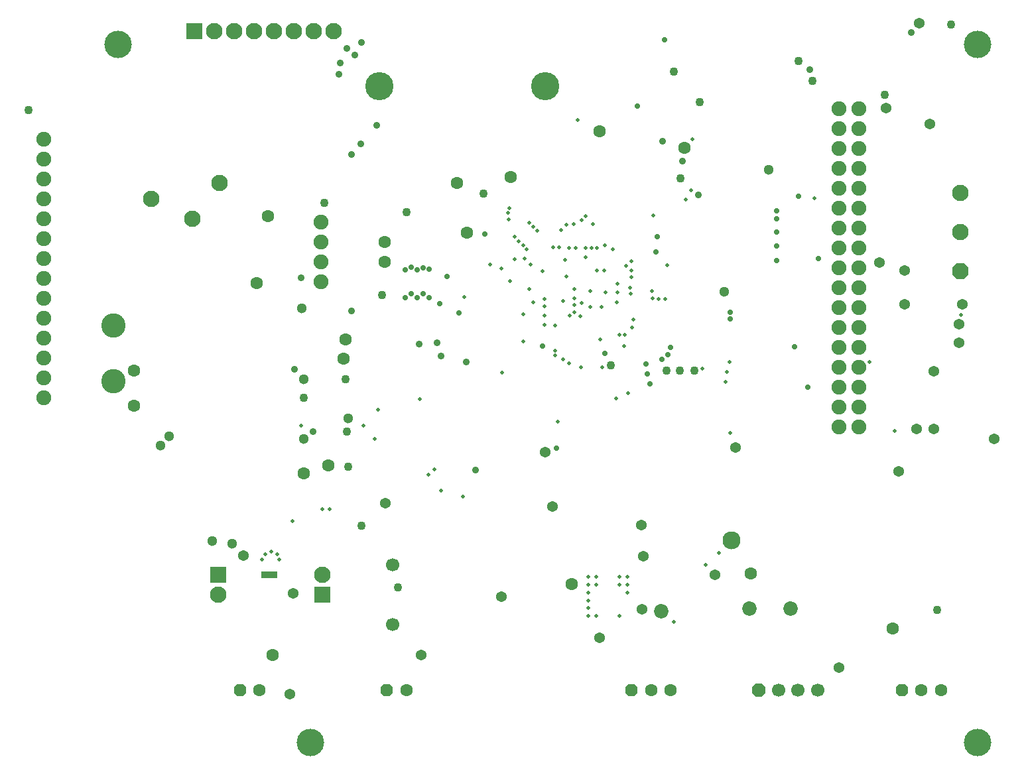
<source format=gbs>
G04*
G04 #@! TF.GenerationSoftware,Altium Limited,Altium Designer,21.8.1 (53)*
G04*
G04 Layer_Color=16711935*
%FSLAX44Y44*%
%MOMM*%
G71*
G04*
G04 #@! TF.SameCoordinates,DC6FBC13-50ED-4B09-903C-A93FE52865D5*
G04*
G04*
G04 #@! TF.FilePolarity,Negative*
G04*
G01*
G75*
%ADD12C,0.5000*%
G04:AMPARAMS|DCode=45|XSize=0.9mm|YSize=2.1mm|CornerRadius=0.054mm|HoleSize=0mm|Usage=FLASHONLY|Rotation=90.000|XOffset=0mm|YOffset=0mm|HoleType=Round|Shape=RoundedRectangle|*
%AMROUNDEDRECTD45*
21,1,0.9000,1.9920,0,0,90.0*
21,1,0.7920,2.1000,0,0,90.0*
1,1,0.1080,0.9960,0.3960*
1,1,0.1080,0.9960,-0.3960*
1,1,0.1080,-0.9960,-0.3960*
1,1,0.1080,-0.9960,0.3960*
%
%ADD45ROUNDEDRECTD45*%
%ADD53C,3.5000*%
%ADD54C,1.7000*%
%ADD55P,1.8401X8X22.5*%
%ADD56C,3.6000*%
%ADD57C,2.1000*%
%ADD58P,2.2730X8X112.5*%
%ADD59C,1.6000*%
%ADD60P,1.7318X8X22.5*%
%ADD61R,2.1000X2.1000*%
%ADD62C,1.9000*%
%ADD63R,2.1000X2.1000*%
%ADD64C,3.1000*%
%ADD65C,1.1000*%
%ADD66C,0.9000*%
%ADD67C,0.7000*%
%ADD68C,1.3700*%
%ADD69C,1.8500*%
%ADD70C,1.3000*%
%ADD71C,0.4000*%
%ADD72C,2.3000*%
D12*
X873000Y615000D02*
D03*
X821000Y555000D02*
D03*
X742500Y612500D02*
D03*
X821250Y569000D02*
D03*
X899500Y741500D02*
D03*
X907750Y818750D02*
D03*
X875250Y658250D02*
D03*
X884250Y202750D02*
D03*
X681250Y666000D02*
D03*
X663750Y653500D02*
D03*
X701000Y658500D02*
D03*
X705000Y610750D02*
D03*
X810500Y488000D02*
D03*
X825963Y494287D02*
D03*
X793000Y527250D02*
D03*
X765250D02*
D03*
X750000Y532750D02*
D03*
X742500Y537500D02*
D03*
X732500Y543000D02*
D03*
X735500Y458500D02*
D03*
X865000Y615000D02*
D03*
X941250Y290750D02*
D03*
X925000Y275000D02*
D03*
X956000Y444000D02*
D03*
X1166000Y446000D02*
D03*
X825000Y250000D02*
D03*
X815000D02*
D03*
X785000D02*
D03*
X775000D02*
D03*
X815000Y210000D02*
D03*
X785000D02*
D03*
X825000Y240000D02*
D03*
X775000Y210000D02*
D03*
Y220000D02*
D03*
Y230000D02*
D03*
Y240000D02*
D03*
X785000Y260000D02*
D03*
X775000D02*
D03*
X825000D02*
D03*
X815000D02*
D03*
X951750Y521750D02*
D03*
X955500Y534000D02*
D03*
X506250Y473750D02*
D03*
X408250Y453250D02*
D03*
X397500Y331250D02*
D03*
X578750Y397500D02*
D03*
X570500Y390500D02*
D03*
X1064000Y743250D02*
D03*
X737500Y681250D02*
D03*
X730000D02*
D03*
X696250Y678250D02*
D03*
X710000Y702000D02*
D03*
X704750Y707250D02*
D03*
X699500Y712500D02*
D03*
X674000Y731000D02*
D03*
X672750Y724500D02*
D03*
X616500Y617000D02*
D03*
X502125Y436125D02*
D03*
X488125Y453375D02*
D03*
X559787Y486713D02*
D03*
X950250Y508750D02*
D03*
X920250Y526000D02*
D03*
X832250Y588250D02*
D03*
X831000Y578750D02*
D03*
X815000Y569250D02*
D03*
X790000Y563000D02*
D03*
X732500Y548750D02*
D03*
X691500Y560250D02*
D03*
X699250Y627500D02*
D03*
X692000Y595500D02*
D03*
X719250Y615000D02*
D03*
X718750Y605750D02*
D03*
Y593500D02*
D03*
Y581500D02*
D03*
X732750Y581000D02*
D03*
X757500Y615250D02*
D03*
X757250Y607500D02*
D03*
X757500Y598000D02*
D03*
X751000Y593500D02*
D03*
X764500Y593000D02*
D03*
X766500Y610000D02*
D03*
X777500Y605000D02*
D03*
X791500Y604500D02*
D03*
X811000Y610250D02*
D03*
X828750Y621250D02*
D03*
X828625Y628875D02*
D03*
X812188Y623438D02*
D03*
X797000Y623250D02*
D03*
X777500Y625000D02*
D03*
X757500Y627500D02*
D03*
X747000Y643500D02*
D03*
X771250Y668000D02*
D03*
X829500Y642500D02*
D03*
X811750Y634000D02*
D03*
X786250Y651250D02*
D03*
X795000D02*
D03*
X830000D02*
D03*
X829750Y663250D02*
D03*
X822750Y657250D02*
D03*
X806000Y678250D02*
D03*
X740000Y703250D02*
D03*
X746750Y709500D02*
D03*
X756000Y710500D02*
D03*
X766500Y715750D02*
D03*
X771750Y720750D02*
D03*
X780750Y710250D02*
D03*
X796000Y683000D02*
D03*
X786250Y680000D02*
D03*
X778750D02*
D03*
X771375Y679875D02*
D03*
X758750Y680000D02*
D03*
X750000D02*
D03*
X745000Y665000D02*
D03*
X673500Y716500D02*
D03*
X906250Y753750D02*
D03*
X858000Y721500D02*
D03*
X358000Y282000D02*
D03*
X362250Y288750D02*
D03*
X370000Y292500D02*
D03*
X378000Y289000D02*
D03*
X380250Y282500D02*
D03*
X435250Y346250D02*
D03*
X445000Y346250D02*
D03*
X680750Y694250D02*
D03*
X686250Y688500D02*
D03*
X691500Y683250D02*
D03*
X716750Y650000D02*
D03*
X693250Y666500D02*
D03*
X649750Y658750D02*
D03*
X675000Y637500D02*
D03*
X857250Y615250D02*
D03*
X665000Y520750D02*
D03*
X615250Y362500D02*
D03*
X856250Y625102D02*
D03*
X1250442Y594360D02*
D03*
X1133856Y534670D02*
D03*
X586486Y370332D02*
D03*
X761500Y843250D02*
D03*
D45*
X367500Y262500D02*
D03*
D53*
X175000Y940000D02*
D03*
X1272000Y48000D02*
D03*
Y940000D02*
D03*
X420000Y48000D02*
D03*
D54*
X1042500Y115000D02*
D03*
X1017500D02*
D03*
X1067500D02*
D03*
X525000Y199500D02*
D03*
Y275500D02*
D03*
D55*
X992500Y115000D02*
D03*
D56*
X720250Y886500D02*
D03*
X508250D02*
D03*
D57*
X1250000Y750000D02*
D03*
Y700000D02*
D03*
X435000Y262700D02*
D03*
X302500Y237300D02*
D03*
X449700Y957250D02*
D03*
X398900D02*
D03*
X322700D02*
D03*
X297300D02*
D03*
X348100D02*
D03*
X373500D02*
D03*
X424300D02*
D03*
X269500Y717250D02*
D03*
X303750Y763000D02*
D03*
X216750Y742250D02*
D03*
D58*
X1250000Y650000D02*
D03*
D59*
X1225000Y115000D02*
D03*
X1200000D02*
D03*
X880000D02*
D03*
X855000D02*
D03*
X355000D02*
D03*
X542500D02*
D03*
X619750Y699750D02*
D03*
X789000Y828750D02*
D03*
X897500Y807500D02*
D03*
X372250Y160000D02*
D03*
X753500Y251000D02*
D03*
X412000Y392000D02*
D03*
X442750Y402000D02*
D03*
X465000Y563250D02*
D03*
X462094Y538250D02*
D03*
X982250Y264353D02*
D03*
X351500Y635000D02*
D03*
X365750Y720250D02*
D03*
X675750Y770500D02*
D03*
X606966Y763000D02*
D03*
X194500Y478750D02*
D03*
X194750Y523500D02*
D03*
X514750Y662500D02*
D03*
Y687500D02*
D03*
X1163500Y193750D02*
D03*
D60*
X1175000Y115000D02*
D03*
X830000D02*
D03*
X330000D02*
D03*
X517500D02*
D03*
D61*
X435000Y237300D02*
D03*
X302500Y262700D02*
D03*
D62*
X433250Y712900D02*
D03*
Y687500D02*
D03*
Y662100D02*
D03*
Y636700D02*
D03*
X80000Y819200D02*
D03*
Y793800D02*
D03*
Y768400D02*
D03*
Y743000D02*
D03*
Y717600D02*
D03*
Y692200D02*
D03*
Y666800D02*
D03*
Y641400D02*
D03*
Y616000D02*
D03*
Y590600D02*
D03*
Y565200D02*
D03*
Y539800D02*
D03*
Y514400D02*
D03*
Y489000D02*
D03*
X1095000Y857650D02*
D03*
X1120400D02*
D03*
X1095000Y832250D02*
D03*
X1120400D02*
D03*
X1095000Y806850D02*
D03*
X1120400D02*
D03*
Y451250D02*
D03*
X1095000D02*
D03*
Y476650D02*
D03*
X1120400D02*
D03*
X1095000Y502050D02*
D03*
X1120400D02*
D03*
Y527450D02*
D03*
X1095000D02*
D03*
X1120400Y552850D02*
D03*
X1095000D02*
D03*
X1120400Y578250D02*
D03*
X1095000D02*
D03*
X1120400Y603650D02*
D03*
X1095000D02*
D03*
X1120400Y629050D02*
D03*
X1095000D02*
D03*
X1120400Y654450D02*
D03*
X1095000D02*
D03*
X1120400Y679850D02*
D03*
X1095000D02*
D03*
X1120400Y705250D02*
D03*
X1095000D02*
D03*
X1120400Y730650D02*
D03*
X1095000D02*
D03*
X1120400Y756050D02*
D03*
X1095000D02*
D03*
X1120400Y781450D02*
D03*
X1095000D02*
D03*
D63*
X271900Y957250D02*
D03*
D64*
X169000Y581000D02*
D03*
Y510000D02*
D03*
D65*
X511500Y619750D02*
D03*
X892250Y768750D02*
D03*
X804000Y530000D02*
D03*
X466500Y445500D02*
D03*
X543000Y726000D02*
D03*
X892000Y523000D02*
D03*
X875000D02*
D03*
X1153000Y876000D02*
D03*
X1238000Y965000D02*
D03*
X1043000Y919000D02*
D03*
X1061000Y893000D02*
D03*
X411500Y488250D02*
D03*
X468250Y400684D02*
D03*
X485648Y325120D02*
D03*
X640750Y749750D02*
D03*
X465250Y512750D02*
D03*
X910000Y523250D02*
D03*
X884250Y905000D02*
D03*
X917250Y866500D02*
D03*
X60500Y856000D02*
D03*
X438150Y737616D02*
D03*
X531876Y246888D02*
D03*
X1220216Y217678D02*
D03*
D66*
X869500Y816250D02*
D03*
X895250Y791250D02*
D03*
X915000Y747500D02*
D03*
X581750Y559250D02*
D03*
X586500Y542000D02*
D03*
X476750Y926750D02*
D03*
X467000Y935000D02*
D03*
X485250Y942750D02*
D03*
X1058000Y908000D02*
D03*
X423250Y445250D02*
D03*
X399500Y525250D02*
D03*
X630750Y396250D02*
D03*
X408500Y641750D02*
D03*
X558750Y557250D02*
D03*
X618750Y534500D02*
D03*
X456250Y902000D02*
D03*
X457962Y916432D02*
D03*
X504500Y836250D02*
D03*
X473000Y599750D02*
D03*
X472250Y799250D02*
D03*
X484750Y812750D02*
D03*
X1187250Y955500D02*
D03*
D67*
X795750Y545750D02*
D03*
X863000Y694500D02*
D03*
X876250Y544000D02*
D03*
X869250Y538000D02*
D03*
X853500Y506750D02*
D03*
X850500Y519000D02*
D03*
X848250Y531750D02*
D03*
X879500Y553250D02*
D03*
X541000Y652000D02*
D03*
X1038000Y554000D02*
D03*
X594656Y643250D02*
D03*
X563750Y655000D02*
D03*
X571656Y652500D02*
D03*
X556312Y652438D02*
D03*
X548750Y655250D02*
D03*
X1015000Y682500D02*
D03*
X1055116Y502050D02*
D03*
X956000Y597500D02*
D03*
X955750Y589750D02*
D03*
X1043500Y745750D02*
D03*
X1015000Y727500D02*
D03*
Y717500D02*
D03*
Y700000D02*
D03*
X1015250Y663750D02*
D03*
X1069000Y666750D02*
D03*
X837750Y861500D02*
D03*
X585500Y608500D02*
D03*
X571250Y616250D02*
D03*
X563750Y621250D02*
D03*
X556375Y616375D02*
D03*
X548750Y621250D02*
D03*
X541250Y616250D02*
D03*
X733806Y424180D02*
D03*
X716750Y555000D02*
D03*
X861250Y674750D02*
D03*
X872250Y946250D02*
D03*
X643000Y697750D02*
D03*
X609750Y597250D02*
D03*
D68*
X789250Y182500D02*
D03*
X561750Y160000D02*
D03*
X936750Y262500D02*
D03*
X1293000Y436000D02*
D03*
X1216000Y449000D02*
D03*
X1194000D02*
D03*
X1171000Y395000D02*
D03*
X844875Y286625D02*
D03*
X393500Y110250D02*
D03*
X1179000Y651000D02*
D03*
X1095000Y143750D02*
D03*
X334750Y287000D02*
D03*
X842814Y326250D02*
D03*
X664250Y235000D02*
D03*
X720250Y419000D02*
D03*
X729500Y349750D02*
D03*
X1146250Y661750D02*
D03*
X1210750Y838500D02*
D03*
X1155250Y858250D02*
D03*
X1252500Y608250D02*
D03*
X1197250Y966750D02*
D03*
X1178750Y608000D02*
D03*
X1248500Y558750D02*
D03*
X1216000Y522516D02*
D03*
X1248250Y583000D02*
D03*
X843750Y219000D02*
D03*
X962500Y424750D02*
D03*
X398500Y239000D02*
D03*
X516000Y354250D02*
D03*
D69*
X868000Y216000D02*
D03*
X980500Y219250D02*
D03*
X1032750Y219750D02*
D03*
D70*
X1005000Y780000D02*
D03*
X411750Y512750D02*
D03*
X295000Y305750D02*
D03*
X948750Y624000D02*
D03*
X409000Y603250D02*
D03*
X468000Y462250D02*
D03*
X228500Y427750D02*
D03*
X320548Y302006D02*
D03*
X411250Y436000D02*
D03*
X239500Y439250D02*
D03*
D71*
X367500Y262500D02*
D03*
X375037D02*
D03*
X360000D02*
D03*
D72*
X957375Y306375D02*
D03*
M02*

</source>
